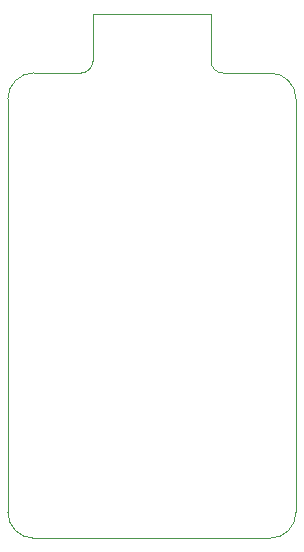
<source format=gbr>
G04*
G04 #@! TF.GenerationSoftware,Altium Limited,Altium Designer,24.8.2 (39)*
G04*
G04 Layer_Color=16711935*
%FSLAX25Y25*%
%MOIN*%
G70*
G04*
G04 #@! TF.SameCoordinates,30F909D6-0262-4237-A391-FF9CD089CF35*
G04*
G04*
G04 #@! TF.FilePolarity,Positive*
G04*
G01*
G75*
%ADD72C,0.00394*%
D72*
X70866Y162205D02*
G03*
X74803Y158268I3937J0D01*
G01*
X27559D02*
G03*
X31496Y162205I0J3937D01*
G01*
X99213Y149606D02*
G03*
X90551Y158268I-8661J0D01*
G01*
X11811Y158268D02*
G03*
X3150Y149606I0J-8661D01*
G01*
Y11811D02*
G03*
X11811Y3150I8661J0D01*
G01*
X90551Y3150D02*
G03*
X99213Y11811I0J8661D01*
G01*
X74803Y158268D02*
X90551D01*
X70866Y162205D02*
Y177953D01*
X31496D02*
X70866D01*
X31496Y162205D02*
Y177953D01*
X11811Y158268D02*
X27559D01*
X3150Y11811D02*
Y149606D01*
X11811Y3150D02*
X90551D01*
X99213Y11811D02*
Y149606D01*
M02*

</source>
